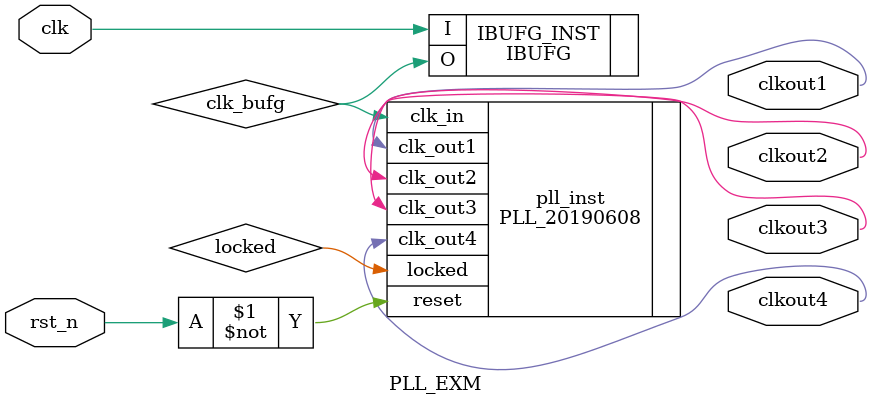
<source format=v>
`timescale 1ns / 1ps
module PLL_EXM(
	input clk,
	input rst_n,
	output clkout1,
	output clkout2,
	output clkout3,
	output clkout4
    );

wire locked;
IBUFG IBUFG_INST
(
	.O(clk_bufg),
	.I(clk)
);

PLL_20190608 pll_inst
(
	.clk_in(clk_bufg),
	.clk_out1(clkout1),
	.clk_out2(clkout2),
	.clk_out3(clkout3),
	.clk_out4(clkout4),
	
	.reset(~rst_n),
	.locked(locked)
);
endmodule

</source>
